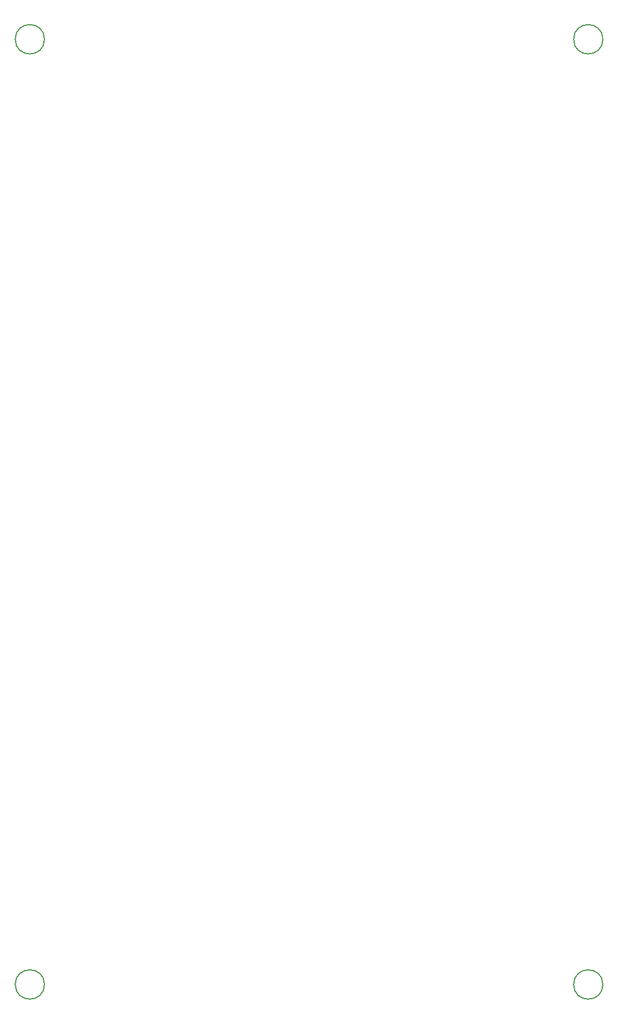
<source format=gbr>
G04 #@! TF.GenerationSoftware,KiCad,Pcbnew,9.0.2*
G04 #@! TF.CreationDate,2025-06-10T20:13:00+02:00*
G04 #@! TF.ProjectId,badgeCarrierCard,62616467-6543-4617-9272-696572436172,V2.5*
G04 #@! TF.SameCoordinates,Original*
G04 #@! TF.FileFunction,Other,Comment*
%FSLAX46Y46*%
G04 Gerber Fmt 4.6, Leading zero omitted, Abs format (unit mm)*
G04 Created by KiCad (PCBNEW 9.0.2) date 2025-06-10 20:13:00*
%MOMM*%
%LPD*%
G01*
G04 APERTURE LIST*
%ADD10C,0.150000*%
G04 APERTURE END LIST*
D10*
G04 #@! TO.C,H2*
X119200000Y-30000000D02*
G75*
G02*
X114800000Y-30000000I-2200000J0D01*
G01*
X114800000Y-30000000D02*
G75*
G02*
X119200000Y-30000000I2200000J0D01*
G01*
G04 #@! TO.C,H1*
X35200000Y-30000000D02*
G75*
G02*
X30800000Y-30000000I-2200000J0D01*
G01*
X30800000Y-30000000D02*
G75*
G02*
X35200000Y-30000000I2200000J0D01*
G01*
G04 #@! TO.C,H4*
X35200000Y-172000000D02*
G75*
G02*
X30800000Y-172000000I-2200000J0D01*
G01*
X30800000Y-172000000D02*
G75*
G02*
X35200000Y-172000000I2200000J0D01*
G01*
G04 #@! TO.C,H3*
X119200000Y-172000000D02*
G75*
G02*
X114800000Y-172000000I-2200000J0D01*
G01*
X114800000Y-172000000D02*
G75*
G02*
X119200000Y-172000000I2200000J0D01*
G01*
G04 #@! TD*
M02*

</source>
